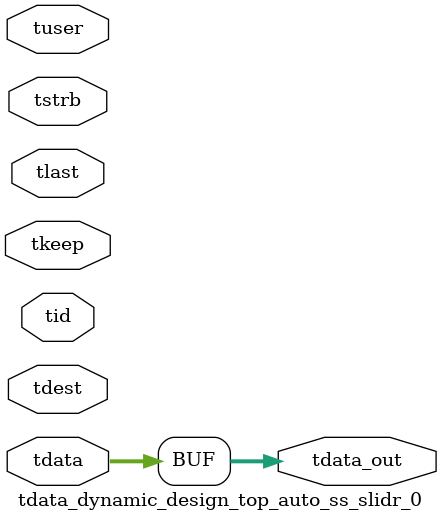
<source format=v>


`timescale 1ps/1ps

module tdata_dynamic_design_top_auto_ss_slidr_0 #
(
parameter C_S_AXIS_TDATA_WIDTH = 32,
parameter C_S_AXIS_TUSER_WIDTH = 0,
parameter C_S_AXIS_TID_WIDTH   = 0,
parameter C_S_AXIS_TDEST_WIDTH = 0,
parameter C_M_AXIS_TDATA_WIDTH = 32
)
(
input  [(C_S_AXIS_TDATA_WIDTH == 0 ? 1 : C_S_AXIS_TDATA_WIDTH)-1:0     ] tdata,
input  [(C_S_AXIS_TUSER_WIDTH == 0 ? 1 : C_S_AXIS_TUSER_WIDTH)-1:0     ] tuser,
input  [(C_S_AXIS_TID_WIDTH   == 0 ? 1 : C_S_AXIS_TID_WIDTH)-1:0       ] tid,
input  [(C_S_AXIS_TDEST_WIDTH == 0 ? 1 : C_S_AXIS_TDEST_WIDTH)-1:0     ] tdest,
input  [(C_S_AXIS_TDATA_WIDTH/8)-1:0 ] tkeep,
input  [(C_S_AXIS_TDATA_WIDTH/8)-1:0 ] tstrb,
input                                                                    tlast,
output [C_M_AXIS_TDATA_WIDTH-1:0] tdata_out
);

assign tdata_out = {tdata[511:0]};

endmodule


</source>
